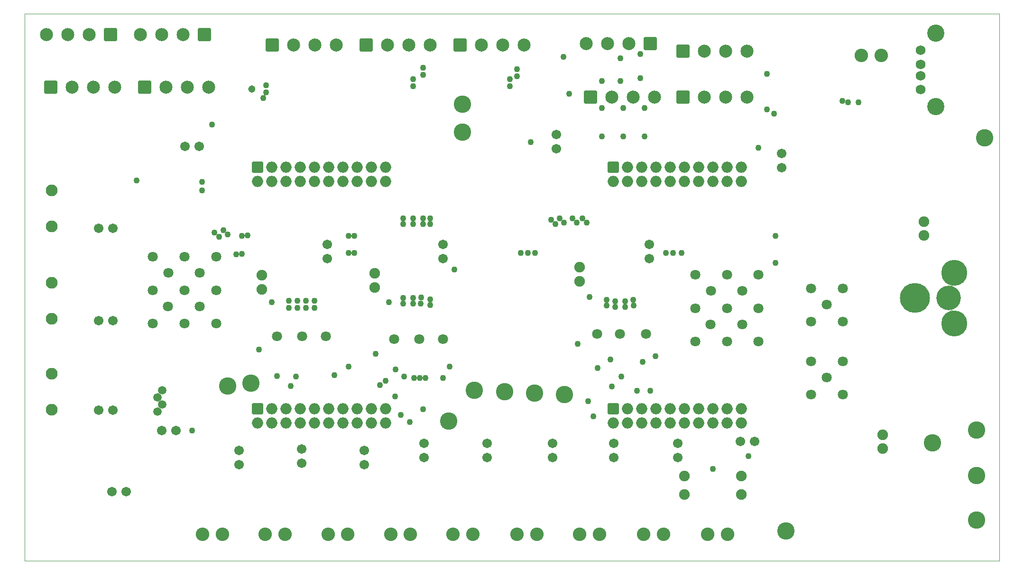
<source format=gbr>
%TF.GenerationSoftware,KiCad,Pcbnew,(6.0.0)*%
%TF.CreationDate,2022-10-28T16:08:41-04:00*%
%TF.ProjectId,Top_Level,546f705f-4c65-4766-956c-2e6b69636164,rev?*%
%TF.SameCoordinates,PX33f5838PY820f690*%
%TF.FileFunction,Soldermask,Bot*%
%TF.FilePolarity,Negative*%
%FSLAX46Y46*%
G04 Gerber Fmt 4.6, Leading zero omitted, Abs format (unit mm)*
G04 Created by KiCad (PCBNEW (6.0.0)) date 2022-10-28 16:08:41*
%MOMM*%
%LPD*%
G01*
G04 APERTURE LIST*
G04 Aperture macros list*
%AMRoundRect*
0 Rectangle with rounded corners*
0 $1 Rounding radius*
0 $2 $3 $4 $5 $6 $7 $8 $9 X,Y pos of 4 corners*
0 Add a 4 corners polygon primitive as box body*
4,1,4,$2,$3,$4,$5,$6,$7,$8,$9,$2,$3,0*
0 Add four circle primitives for the rounded corners*
1,1,$1+$1,$2,$3*
1,1,$1+$1,$4,$5*
1,1,$1+$1,$6,$7*
1,1,$1+$1,$8,$9*
0 Add four rect primitives between the rounded corners*
20,1,$1+$1,$2,$3,$4,$5,0*
20,1,$1+$1,$4,$5,$6,$7,0*
20,1,$1+$1,$6,$7,$8,$9,0*
20,1,$1+$1,$8,$9,$2,$3,0*%
G04 Aperture macros list end*
%TA.AperFunction,Profile*%
%ADD10C,0.100000*%
%TD*%
%ADD11C,1.704800*%
%ADD12C,3.104800*%
%ADD13C,2.404800*%
%ADD14C,1.727200*%
%ADD15C,3.073400*%
%ADD16RoundRect,0.152400X0.850000X-0.850000X0.850000X0.850000X-0.850000X0.850000X-0.850000X-0.850000X0*%
%ADD17O,2.004800X2.004800*%
%ADD18RoundRect,0.152400X-1.012500X-1.012500X1.012500X-1.012500X1.012500X1.012500X-1.012500X1.012500X0*%
%ADD19C,2.329800*%
%ADD20C,1.504800*%
%ADD21C,1.904800*%
%ADD22RoundRect,0.152400X1.012500X1.012500X-1.012500X1.012500X-1.012500X-1.012500X1.012500X-1.012500X0*%
%ADD23O,1.904800X1.904800*%
%ADD24C,2.104800*%
%ADD25C,5.344800*%
%ADD26C,4.369800*%
%ADD27C,4.639800*%
%ADD28C,1.804800*%
%ADD29C,1.104800*%
%ADD30C,1.304800*%
G04 APERTURE END LIST*
D10*
X0Y0D02*
X173990000Y0D01*
X173990000Y0D02*
X173990000Y97790000D01*
X173990000Y97790000D02*
X0Y97790000D01*
X0Y97790000D02*
X0Y0D01*
X0Y0D02*
X173990000Y0D01*
X173990000Y0D02*
X173990000Y97790000D01*
X173990000Y97790000D02*
X0Y97790000D01*
X0Y97790000D02*
X0Y0D01*
D11*
%TO.C,JP2*%
X111506000Y56622000D03*
X111506000Y54082000D03*
%TD*%
D12*
%TO.C,TP15*%
X135890000Y5334000D03*
%TD*%
D13*
%TO.C,J21*%
X42954000Y4806000D03*
X46454000Y4806000D03*
%TD*%
%TO.C,J9*%
X110518000Y4806000D03*
X114018000Y4806000D03*
%TD*%
D14*
%TO.C,J6*%
X159919000Y84278099D03*
X159919000Y86778099D03*
X159919000Y88778100D03*
X159919000Y91278100D03*
D15*
X162629000Y81208100D03*
X162629000Y94348099D03*
%TD*%
D11*
%TO.C,JP15*%
X28595000Y74148000D03*
X31135000Y74148000D03*
%TD*%
D16*
%TO.C,J4-J2*%
X41529000Y70358000D03*
D17*
X41529000Y67818000D03*
X44069000Y70358000D03*
X44069000Y67818000D03*
X46609000Y70358000D03*
X46609000Y67818000D03*
X49149000Y70358000D03*
X49149000Y67818000D03*
X51689000Y70358000D03*
X51689000Y67818000D03*
X54229000Y70358000D03*
X54229000Y67818000D03*
X56769000Y70358000D03*
X56769000Y67818000D03*
X59309000Y70358000D03*
X59309000Y67818000D03*
X61849000Y70358000D03*
X61849000Y67818000D03*
X64389000Y70358000D03*
X64389000Y67818000D03*
%TD*%
D18*
%TO.C,J18*%
X21417992Y84691114D03*
D19*
X25227992Y84691114D03*
X29037992Y84691114D03*
X32847992Y84691114D03*
%TD*%
D20*
%TO.C,LED1*%
X24511000Y30501000D03*
X23711000Y29231000D03*
X24511000Y27961000D03*
X23711000Y26691000D03*
%TD*%
D21*
%TO.C,C28*%
X153162000Y22586000D03*
X153162000Y20086000D03*
%TD*%
D18*
%TO.C,J4*%
X44214000Y92264000D03*
D19*
X48024000Y92264000D03*
X51834000Y92264000D03*
X55644000Y92264000D03*
%TD*%
D11*
%TO.C,JP20*%
X60579000Y19772000D03*
X60579000Y17232000D03*
%TD*%
D18*
%TO.C,J16*%
X4640753Y84691114D03*
D19*
X8450753Y84691114D03*
X12260753Y84691114D03*
X16070753Y84691114D03*
%TD*%
D22*
%TO.C,J14*%
X32063753Y94145650D03*
D19*
X28253753Y94145650D03*
X24443753Y94145650D03*
X20633753Y94145650D03*
%TD*%
D12*
%TO.C,TP7*%
X90982800Y30002800D03*
%TD*%
D11*
%TO.C,JP10*%
X127782000Y21336000D03*
X130322000Y21336000D03*
%TD*%
%TO.C,JP13*%
X105156000Y21042000D03*
X105156000Y18502000D03*
%TD*%
%TO.C,JP8*%
X116614000Y21042000D03*
X116614000Y18502000D03*
%TD*%
D18*
%TO.C,J19*%
X101044463Y82921000D03*
D19*
X104854463Y82921000D03*
X108664463Y82921000D03*
X112474463Y82921000D03*
%TD*%
D12*
%TO.C,TP3*%
X40386000Y31780800D03*
%TD*%
D16*
%TO.C,J8-J6*%
X105029000Y70358000D03*
D17*
X105029000Y67818000D03*
X107569000Y70358000D03*
X107569000Y67818000D03*
X110109000Y70358000D03*
X110109000Y67818000D03*
X112649000Y70358000D03*
X112649000Y67818000D03*
X115189000Y70358000D03*
X115189000Y67818000D03*
X117729000Y70358000D03*
X117729000Y67818000D03*
X120269000Y70358000D03*
X120269000Y67818000D03*
X122809000Y70358000D03*
X122809000Y67818000D03*
X125349000Y70358000D03*
X125349000Y67818000D03*
X127889000Y70358000D03*
X127889000Y67818000D03*
%TD*%
D11*
%TO.C,JP18*%
X49403000Y20026000D03*
X49403000Y17486000D03*
%TD*%
D13*
%TO.C,J23*%
X54178000Y4806000D03*
X57678000Y4806000D03*
%TD*%
D11*
%TO.C,JP11*%
X135128000Y72878000D03*
X135128000Y70338000D03*
%TD*%
D12*
%TO.C,TP4*%
X96342200Y29723400D03*
%TD*%
%TO.C,TP14*%
X171323000Y75672000D03*
%TD*%
D18*
%TO.C,J3*%
X60978000Y92264000D03*
D19*
X64788000Y92264000D03*
X68598000Y92264000D03*
X72408000Y92264000D03*
%TD*%
D16*
%TO.C,J1-J3*%
X41529000Y27178000D03*
D17*
X41529000Y24638000D03*
X44069000Y27178000D03*
X44069000Y24638000D03*
X46609000Y27178000D03*
X46609000Y24638000D03*
X49149000Y27178000D03*
X49149000Y24638000D03*
X51689000Y27178000D03*
X51689000Y24638000D03*
X54229000Y27178000D03*
X54229000Y24638000D03*
X56769000Y27178000D03*
X56769000Y24638000D03*
X59309000Y27178000D03*
X59309000Y24638000D03*
X61849000Y27178000D03*
X61849000Y24638000D03*
X64389000Y27178000D03*
X64389000Y24638000D03*
%TD*%
D12*
%TO.C,TP1*%
X75666600Y24999000D03*
%TD*%
D21*
%TO.C,C19*%
X62458600Y48895000D03*
X62458600Y51395000D03*
%TD*%
%TO.C,R16*%
X117729000Y15220000D03*
D23*
X127889000Y15220000D03*
%TD*%
D11*
%TO.C,JP12*%
X15728000Y26924000D03*
X13188000Y26924000D03*
%TD*%
D24*
%TO.C,S2*%
X4826000Y66250000D03*
X4826000Y59850000D03*
%TD*%
D13*
%TO.C,J2*%
X149380000Y90386000D03*
X152880000Y90386000D03*
%TD*%
D11*
%TO.C,JP14*%
X27031000Y23348000D03*
X24491000Y23348000D03*
%TD*%
D24*
%TO.C,S1*%
X4826000Y49740000D03*
X4826000Y43340000D03*
%TD*%
D22*
%TO.C,J12*%
X15290753Y94145650D03*
D19*
X11480753Y94145650D03*
X7670753Y94145650D03*
X3860753Y94145650D03*
%TD*%
D11*
%TO.C,JP4*%
X15728000Y42926000D03*
X13188000Y42926000D03*
%TD*%
%TO.C,JP16*%
X94869000Y73660000D03*
X94869000Y76200000D03*
%TD*%
%TO.C,JP5*%
X15728000Y59436000D03*
X13188000Y59436000D03*
%TD*%
D18*
%TO.C,J17*%
X117545463Y82921000D03*
D19*
X121355463Y82921000D03*
X125165463Y82921000D03*
X128975463Y82921000D03*
%TD*%
D21*
%TO.C,C1*%
X42354500Y48584800D03*
X42354500Y51084800D03*
%TD*%
%TO.C,C27*%
X160528000Y58186000D03*
X160528000Y60686000D03*
%TD*%
D11*
%TO.C,JP9*%
X74676000Y56622000D03*
X74676000Y54082000D03*
%TD*%
D12*
%TO.C,TP10*%
X169926000Y23368000D03*
%TD*%
%TO.C,TP9*%
X80238600Y30536200D03*
%TD*%
D11*
%TO.C,JP7*%
X18141000Y12426000D03*
X15601000Y12426000D03*
%TD*%
D13*
%TO.C,J7*%
X87912000Y4806000D03*
X91412000Y4806000D03*
%TD*%
D12*
%TO.C,TP12*%
X169926000Y15240000D03*
%TD*%
%TO.C,TP11*%
X169926000Y7310735D03*
%TD*%
D11*
%TO.C,JP1*%
X54013100Y56622000D03*
X54013100Y54082000D03*
%TD*%
D12*
%TO.C,TP8*%
X85648800Y30256800D03*
%TD*%
D11*
%TO.C,JP6*%
X82550000Y21042000D03*
X82550000Y18502000D03*
%TD*%
D21*
%TO.C,R15*%
X117729000Y11918000D03*
D23*
X127889000Y11918000D03*
%TD*%
D21*
%TO.C,C7*%
X99036722Y50013812D03*
X99036722Y52513812D03*
%TD*%
D11*
%TO.C,JP3*%
X94234000Y21042000D03*
X94234000Y18502000D03*
%TD*%
D13*
%TO.C,J1*%
X121948000Y4806000D03*
X125448000Y4806000D03*
%TD*%
%TO.C,J22*%
X65334000Y4806000D03*
X68834000Y4806000D03*
%TD*%
%TO.C,J11*%
X99088000Y4806000D03*
X102588000Y4806000D03*
%TD*%
D18*
%TO.C,J5*%
X77733000Y92264000D03*
D19*
X81543000Y92264000D03*
X85353000Y92264000D03*
X89163000Y92264000D03*
%TD*%
D24*
%TO.C,S3*%
X4826000Y33484000D03*
X4826000Y27084000D03*
%TD*%
D12*
%TO.C,TP6*%
X78105000Y81691800D03*
%TD*%
D22*
%TO.C,J15*%
X111694463Y92511000D03*
D19*
X107884463Y92511000D03*
X104074463Y92511000D03*
X100264463Y92511000D03*
%TD*%
D11*
%TO.C,JP19*%
X71247000Y21042000D03*
X71247000Y18502000D03*
%TD*%
D13*
%TO.C,J20*%
X31778000Y4806000D03*
X35278000Y4806000D03*
%TD*%
%TO.C,J8*%
X76482000Y4806000D03*
X79982000Y4806000D03*
%TD*%
D12*
%TO.C,TP5*%
X78105000Y76662600D03*
%TD*%
D11*
%TO.C,JP17*%
X38227000Y19772000D03*
X38227000Y17232000D03*
%TD*%
D16*
%TO.C,J5-J7*%
X105029000Y27178000D03*
D17*
X105029000Y24638000D03*
X107569000Y27178000D03*
X107569000Y24638000D03*
X110109000Y27178000D03*
X110109000Y24638000D03*
X112649000Y27178000D03*
X112649000Y24638000D03*
X115189000Y27178000D03*
X115189000Y24638000D03*
X117729000Y27178000D03*
X117729000Y24638000D03*
X120269000Y27178000D03*
X120269000Y24638000D03*
X122809000Y27178000D03*
X122809000Y24638000D03*
X125349000Y27178000D03*
X125349000Y24638000D03*
X127889000Y27178000D03*
X127889000Y24638000D03*
%TD*%
D12*
%TO.C,TP2*%
X36245800Y31323600D03*
%TD*%
D18*
%TO.C,J13*%
X117545463Y91111000D03*
D19*
X121355463Y91111000D03*
X125165463Y91111000D03*
X128975463Y91111000D03*
%TD*%
D25*
%TO.C,J10*%
X158922000Y46990000D03*
D26*
X164922000Y46990000D03*
D27*
X165922000Y51490000D03*
X165922000Y42490000D03*
%TD*%
D12*
%TO.C,TP13*%
X162052000Y21082000D03*
%TD*%
D28*
X28498800Y42474200D03*
D29*
X44132500Y46278800D03*
X109321600Y30434600D03*
X100814722Y47199812D03*
X97155000Y83546000D03*
D28*
X125349000Y45192000D03*
X22860000Y48392400D03*
X34163000Y42474200D03*
X106224922Y40618900D03*
D29*
X111658400Y30434600D03*
D28*
X65964482Y39674300D03*
X131013200Y45192000D03*
X25603200Y45522200D03*
X31267400Y51516600D03*
X131013200Y51186400D03*
X125349000Y51186400D03*
D29*
X65024682Y46252900D03*
X148844000Y82022000D03*
X33401000Y78034200D03*
D28*
X140411200Y35712400D03*
X34163000Y54386800D03*
X119710200Y51186400D03*
X31267400Y45522200D03*
D30*
X40526204Y84354635D03*
D28*
X125349000Y39273800D03*
X119710200Y39273800D03*
X119710200Y45192000D03*
X146050000Y35712400D03*
X53759100Y40132000D03*
D29*
X122809000Y16490000D03*
D28*
X140411200Y29794200D03*
X143154400Y45872400D03*
X128117600Y42321800D03*
X22860000Y42474200D03*
X25654000Y51516600D03*
X146050000Y29794200D03*
X102186322Y40618900D03*
X49568100Y40132000D03*
X70460282Y39674300D03*
X140411200Y48742600D03*
X22860000Y54386800D03*
X28498800Y48392400D03*
X110873122Y40618900D03*
X74651282Y39674300D03*
D29*
X76708000Y52070000D03*
D28*
X122504200Y48316200D03*
X45072300Y40132000D03*
X140411200Y42824400D03*
D29*
X132461000Y87102000D03*
D28*
X143154400Y32842200D03*
D29*
X29845000Y23348000D03*
D28*
X122453400Y42321800D03*
X28498800Y54386800D03*
X128117600Y48316200D03*
X146050000Y48742600D03*
X34163000Y48392400D03*
X146050000Y42824400D03*
X131013200Y39273800D03*
D29*
X45008800Y33025400D03*
X55245000Y33254000D03*
X112574000Y36631000D03*
X102235000Y34524000D03*
X90297000Y74910000D03*
X130937000Y73894000D03*
X133985000Y53320000D03*
X133985000Y58146000D03*
X31623000Y67798000D03*
X19939000Y68052000D03*
X31623000Y66274000D03*
X51752500Y45262800D03*
X39771000Y58166000D03*
X38735000Y58146000D03*
X51752500Y46532800D03*
X36195000Y58400000D03*
X35433000Y59162000D03*
X50228500Y45262800D03*
X50228500Y46532800D03*
X33883600Y58704800D03*
X48704500Y45262800D03*
X34691000Y57912000D03*
X48704500Y46532800D03*
X38755000Y54864000D03*
X47180500Y46532800D03*
X37719000Y54844000D03*
X47180500Y45262800D03*
X41783000Y37826000D03*
X62611000Y37064000D03*
X98679000Y38842000D03*
X57785000Y34768695D03*
X47523400Y31259500D03*
X58801000Y58146000D03*
X58801000Y55098000D03*
X67741800Y33000000D03*
X48387000Y33000000D03*
X104521000Y36048000D03*
X68707000Y24821200D03*
X57785000Y55098000D03*
X57785000Y58146000D03*
X108688722Y45675812D03*
X100330000Y60452000D03*
X99568000Y61214000D03*
X108651222Y46691812D03*
X107164722Y46437812D03*
X87884000Y87884000D03*
X107164722Y45421812D03*
X98552000Y60452000D03*
X87884000Y86614000D03*
X97790000Y61214000D03*
X105386722Y46437812D03*
X95504000Y61214000D03*
X86614000Y84836000D03*
X86614000Y86106000D03*
X105386722Y45421812D03*
X96266000Y60452000D03*
X94742000Y60198000D03*
X103862722Y45675812D03*
X93980000Y60960000D03*
X103862722Y46691812D03*
X104851200Y31222000D03*
X106502200Y33000000D03*
X110333000Y35615000D03*
X72390000Y61214000D03*
X72390000Y45725400D03*
X72390000Y60198000D03*
X72390682Y46760900D03*
X71120000Y61214000D03*
X71120000Y86868000D03*
X70739000Y47097000D03*
X71120000Y88138000D03*
X70713600Y46030200D03*
X71120000Y60198000D03*
X69305182Y46055600D03*
X69342000Y84836000D03*
X69342000Y86106000D03*
X69342000Y61214000D03*
X69342682Y47014900D03*
X69342000Y60198000D03*
X67564000Y61214000D03*
X67564682Y45998900D03*
X67564682Y47014900D03*
X67564000Y60198000D03*
X64389000Y32238000D03*
X69469000Y32746000D03*
X67132200Y26142000D03*
X70485000Y32746000D03*
X71145400Y27158000D03*
X71501000Y32746000D03*
X100584000Y28555000D03*
X74676000Y32746000D03*
X75819000Y34778000D03*
X66167000Y34270000D03*
X129159000Y18776000D03*
X101473000Y25888000D03*
X43053000Y85070000D03*
X43053000Y83800000D03*
X42545000Y82784000D03*
X109855000Y86340000D03*
X110617000Y81006000D03*
X109855000Y90658000D03*
X110617000Y75926000D03*
X106299000Y85832000D03*
X106807000Y81006000D03*
X106299000Y89896000D03*
X106807000Y75926000D03*
X102997000Y85832000D03*
X102997000Y81006000D03*
X102997000Y75926000D03*
X96139000Y90150000D03*
X132461000Y80752000D03*
X145923000Y82276000D03*
X133731000Y79990000D03*
X146939000Y82022000D03*
X89789000Y55098000D03*
X88519000Y55098000D03*
X91059000Y55098000D03*
X66090800Y29444000D03*
X63373000Y31476000D03*
X114427000Y55098000D03*
X115755000Y55098000D03*
X117221000Y55098000D03*
G36*
X23903842Y27524015D02*
G01*
X23916476Y27503154D01*
X24032684Y27382818D01*
X24172667Y27291215D01*
X24329469Y27232901D01*
X24380823Y27226049D01*
X24382408Y27224829D01*
X24382144Y27222847D01*
X24381073Y27222134D01*
X24335907Y27210117D01*
X24312338Y27169457D01*
X24321019Y27129308D01*
X24320407Y27127403D01*
X24318453Y27126981D01*
X24317368Y27127825D01*
X24299073Y27157103D01*
X24181199Y27275803D01*
X24039945Y27365445D01*
X23882352Y27421561D01*
X23840798Y27426516D01*
X23839197Y27427714D01*
X23839434Y27429700D01*
X23840494Y27430427D01*
X23885488Y27443075D01*
X23908496Y27484075D01*
X23900176Y27522556D01*
X23900788Y27524461D01*
X23902742Y27524883D01*
X23903842Y27524015D01*
G37*
G36*
X24321387Y28796757D02*
G01*
X24321559Y28795483D01*
X24312561Y28749619D01*
X24338773Y28710610D01*
X24378665Y28700812D01*
X24380109Y28699428D01*
X24379632Y28697486D01*
X24378397Y28696881D01*
X24349865Y28693882D01*
X24191500Y28639971D01*
X24049016Y28552314D01*
X23929491Y28435267D01*
X23903450Y28394860D01*
X23901671Y28393945D01*
X23899990Y28395029D01*
X23899801Y28396301D01*
X23908158Y28442284D01*
X23881394Y28480936D01*
X23843157Y28490328D01*
X23841713Y28491712D01*
X23842190Y28493654D01*
X23843453Y28494262D01*
X23861888Y28495940D01*
X24020988Y28547634D01*
X24164685Y28633295D01*
X24285828Y28748658D01*
X24317930Y28796975D01*
X24319722Y28797864D01*
X24321387Y28796757D01*
G37*
G36*
X23903842Y30064015D02*
G01*
X23916476Y30043154D01*
X24032684Y29922818D01*
X24172667Y29831215D01*
X24329469Y29772901D01*
X24380823Y29766049D01*
X24382408Y29764829D01*
X24382144Y29762847D01*
X24381073Y29762134D01*
X24335907Y29750117D01*
X24312338Y29709457D01*
X24321019Y29669308D01*
X24320407Y29667403D01*
X24318453Y29666981D01*
X24317368Y29667825D01*
X24299073Y29697103D01*
X24181199Y29815803D01*
X24039945Y29905445D01*
X23882352Y29961561D01*
X23840798Y29966516D01*
X23839197Y29967714D01*
X23839434Y29969700D01*
X23840494Y29970427D01*
X23885488Y29983075D01*
X23908496Y30024075D01*
X23900176Y30062556D01*
X23900788Y30064461D01*
X23902742Y30064883D01*
X23903842Y30064015D01*
G37*
G36*
X165577779Y44909469D02*
G01*
X165578286Y44907534D01*
X165577676Y44906558D01*
X165545098Y44877988D01*
X165542028Y44831146D01*
X165573030Y44795795D01*
X165612337Y44790620D01*
X165613924Y44789402D01*
X165613663Y44787419D01*
X165612466Y44786675D01*
X165322083Y44728914D01*
X165233447Y44698826D01*
X165231485Y44699216D01*
X165230842Y44701110D01*
X165231485Y44702224D01*
X165267137Y44733490D01*
X165270207Y44780332D01*
X165239157Y44815739D01*
X165207843Y44821967D01*
X165120070Y44816214D01*
X165118276Y44817099D01*
X165118145Y44819095D01*
X165119699Y44820196D01*
X165331032Y44845770D01*
X165575849Y44909997D01*
X165577779Y44909469D01*
G37*
G36*
X165322083Y49251086D02*
G01*
X165612537Y49193310D01*
X165614041Y49191991D01*
X165613651Y49190029D01*
X165612537Y49189386D01*
X165566032Y49180138D01*
X165539951Y49141107D01*
X165549123Y49094991D01*
X165580508Y49070909D01*
X165581273Y49069061D01*
X165580055Y49067474D01*
X165578742Y49067399D01*
X165375852Y49125194D01*
X165143687Y49158235D01*
X165142113Y49159469D01*
X165142395Y49161449D01*
X165144100Y49162211D01*
X165207709Y49158042D01*
X165252568Y49173270D01*
X165273331Y49215372D01*
X165258193Y49259965D01*
X165231861Y49277559D01*
X165230976Y49279353D01*
X165232087Y49281016D01*
X165233615Y49281116D01*
X165322083Y49251086D01*
G37*
G36*
X34401945Y58522442D02*
G01*
X34402214Y58520478D01*
X34393707Y58499317D01*
X34394203Y58451945D01*
X34427711Y58419131D01*
X34479214Y58421561D01*
X34497689Y58431096D01*
X34498139Y58431264D01*
X34522334Y58437073D01*
X34524252Y58436505D01*
X34524719Y58434560D01*
X34523566Y58433280D01*
X34415810Y58388646D01*
X34301821Y58301179D01*
X34214354Y58187190D01*
X34179813Y58103801D01*
X34178226Y58102583D01*
X34176378Y58103348D01*
X34176102Y58105293D01*
X34181315Y58118661D01*
X34180323Y58166026D01*
X34146464Y58198496D01*
X34096150Y58196123D01*
X34071461Y58183705D01*
X34071009Y58183542D01*
X34049668Y58178654D01*
X34047756Y58179243D01*
X34047309Y58181192D01*
X34048456Y58182452D01*
X34158790Y58228154D01*
X34272779Y58315621D01*
X34360246Y58429610D01*
X34398510Y58521989D01*
X34400097Y58523207D01*
X34401945Y58522442D01*
G37*
G36*
X42607041Y83484819D02*
G01*
X42663821Y83410821D01*
X42777810Y83323354D01*
X42910550Y83268372D01*
X43015374Y83254571D01*
X43016961Y83253353D01*
X43016700Y83251370D01*
X43015082Y83250588D01*
X43009811Y83250671D01*
X42965764Y83233231D01*
X42947083Y83190060D01*
X42957941Y83154095D01*
X42992971Y83103126D01*
X42993128Y83101132D01*
X42991480Y83099999D01*
X42989736Y83100775D01*
X42934179Y83173179D01*
X42820190Y83260646D01*
X42687450Y83315628D01*
X42579967Y83329779D01*
X42578380Y83330997D01*
X42578641Y83332980D01*
X42580238Y83333762D01*
X42588624Y83333718D01*
X42632487Y83351618D01*
X42650666Y83394865D01*
X42635054Y83430432D01*
X42635273Y83432420D01*
X42635770Y83432896D01*
X42636698Y83433519D01*
X42603794Y83482486D01*
X42603658Y83484481D01*
X42605318Y83485596D01*
X42607041Y83484819D01*
G37*
M02*

</source>
